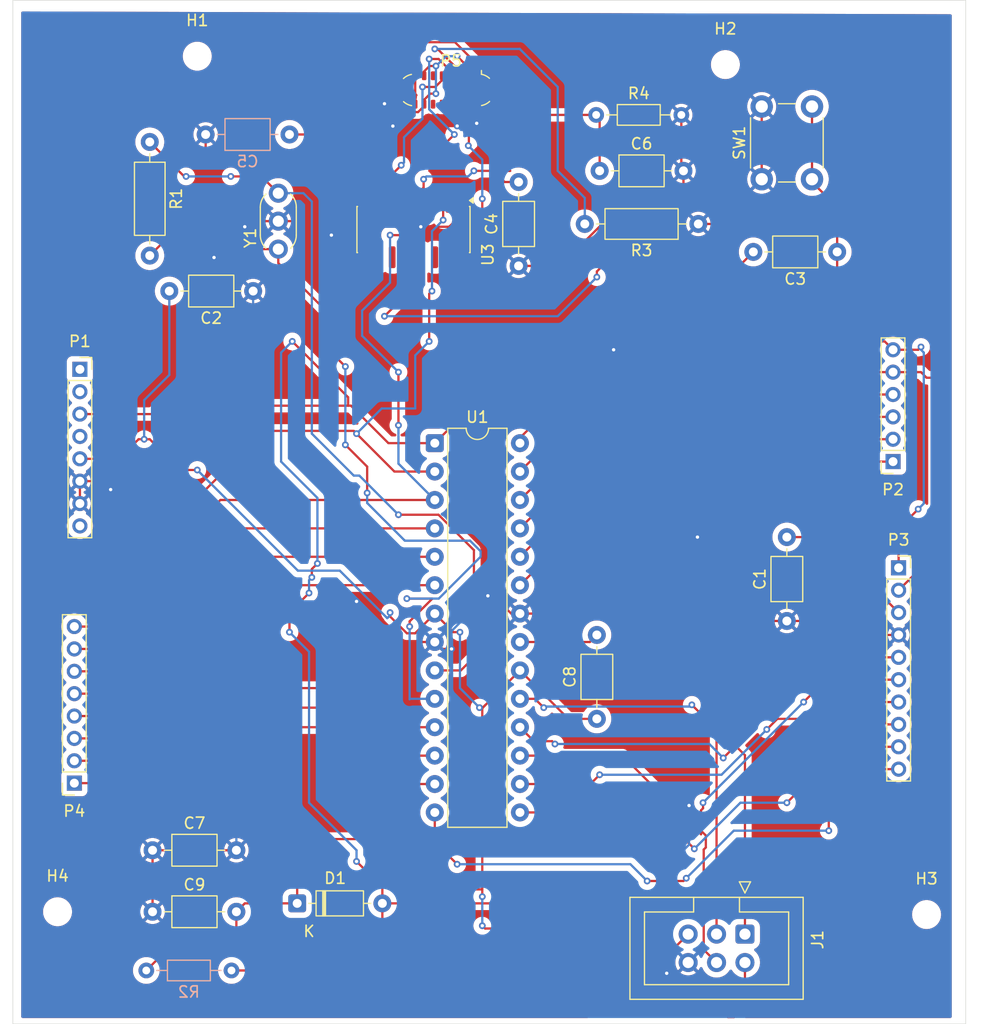
<source format=kicad_pcb>
(kicad_pcb (version 20241229) (generator "pcbnew") (generator_version "9.0")
  (layers (0 "F.Cu" signal) (2 "B.Cu" signal) (13 "F.Paste" user) (15 "B.Paste" user) (5 "F.SilkS" user "F.Silkscreen") (7 "B.SilkS" user "B.Silkscreen") (1 "F.Mask" user) (3 "B.Mask" user) (25 "Edge.Cuts" user))
  (net 0 "")
  (net 1 "/AREF")
  (net 2 "GND")
  (net 3 "+5V")
  (net 4 "/Reset")
  (net 5 "Net-(U3-~{DTR})")
  (net 6 "Net-(U3-V3)")
  (net 7 "Net-(U3-VCC)")
  (net 8 "Net-(P5-SHIELD)")
  (net 9 "Net-(U1-AREF)")
  (net 10 "/13(SCK)")
  (net 11 "/11(MOSI)")
  (net 12 "/12(MISO)")
  (net 14 "/Vin")
  (net 15 "+3V3")
  (net 16 "/IOREF")
  (net 17 "/A0")
  (net 18 "/A4(SDA)")
  (net 19 "/A2")
  (net 20 "/A5(SCL)")
  (net 21 "/A3")
  (net 22 "/A1")
  (net 23 "/8")
  (net 24 "/9")
  (net 25 "/10(SS)")
  (net 26 "/5")
  (net 27 "/3")
  (net 28 "/6")
  (net 29 "/4")
  (net 30 "/7")
  (net 31 "/2")
  (net 32 "/0(Rx)")
  (net 33 "/1(Tx)")
  (net 34 "Net-(P5-D+)")
  (net 35 "Net-(P5-D-)")
  (net 36 "Net-(P5-CC)")
  (net 38 "Net-(U1-XTAL2{slash}PB7)")
  (net 39 "Net-(U1-XTAL1{slash}PB6)")
  (footprint "MountingHole:MountingHole_2.1mm" (layer "F.Cu") (at 121 18.25)
    (property "Reference" "H1")
    (property "Value" "MountingHole")
  )
  (footprint "Package_SO:SOIC-16_3.9x9.9mm_P1.27mm" (layer "F.Cu") (at 140.345 33.75 -90)
    (property "Reference" "U3")
    (property "Value" "CH340C")
  )
  (footprint "Crystal:Resonator_Murata_CSTLSxxxX-3Pin_W5.5mm_H3.0mm" (layer "F.Cu") (at 128.25 35.5 90)
    (property "Reference" "Y1")
    (property "Value" "Resonator")
  )
  (footprint "Capacitor_THT:C_Axial_L3.8mm_D2.6mm_P7.50mm_Horizontal" (layer "F.Cu") (at 126 39.25 180)
    (property "Reference" "C2")
    (property "Value" "0.1u")
  )
  (footprint "Resistor_THT:R_Axial_DIN0207_L6.3mm_D2.5mm_P10.16mm_Horizontal" (layer "F.Cu") (at 165.83 33.25 180)
    (property "Reference" "R3")
    (property "Value" "5.1k")
  )
  (footprint "Capacitor_THT:C_Axial_L3.8mm_D2.6mm_P7.50mm_Horizontal" (layer "F.Cu") (at 157 28.5)
    (property "Reference" "C6")
    (property "Value" "100u")
  )
  (footprint "Connector_IDC:IDC-Header_2x03_P2.54mm_Vertical" (layer "F.Cu") (at 170 96.75 -90)
    (property "Reference" "J1")
    (property "Value" "AVR-ISP-6")
  )
  (footprint "Connector_USB:USB_C_Plug_ShenzhenJingTuoJin_918-118A2021Y40002_Vertical" (layer "F.Cu") (at 143.3 21.27 -90)
    (property "Reference" "P5")
    (property "Value" "USB_C_Plug_USB2.0")
  )
  (footprint "Capacitor_THT:C_Axial_L3.8mm_D2.6mm_P7.50mm_Horizontal" (layer "F.Cu") (at 117 94.75)
    (property "Reference" "C9")
    (property "Value" "100n")
  )
  (footprint "Capacitor_THT:C_Axial_L3.8mm_D2.6mm_P7.50mm_Horizontal" (layer "F.Cu") (at 173.75 68.75 90)
    (property "Reference" "C1")
    (property "Value" "100n")
  )
  (footprint "Connector_PinSocket_2.00mm:PinSocket_1x08_P2.00mm_Vertical" (layer "F.Cu") (at 110.5 46.25)
    (property "Reference" "P1")
    (property "Value" "Power")
  )
  (footprint "MountingHole:MountingHole_2.1mm" (layer "F.Cu") (at 168.25 19)
    (property "Reference" "H2")
    (property "Value" "MountingHole")
  )
  (footprint "Capacitor_THT:C_Axial_L3.8mm_D2.6mm_P7.50mm_Horizontal" (layer "F.Cu") (at 117 89.25)
    (property "Reference" "C7")
    (property "Value" "0.1u")
  )
  (footprint "Connector_PinSocket_2.00mm:PinSocket_1x06_P2.00mm_Vertical" (layer "F.Cu") (at 183.25 54.5 180)
    (property "Reference" "P2")
    (property "Value" "Analog")
  )
  (footprint "Button_Switch_THT:SW_PUSH_6mm_H4.3mm" (layer "F.Cu") (at 171.5 29.25 90)
    (property "Reference" "SW1")
    (property "Value" "SW_Push_Open")
  )
  (footprint "Connector_PinSocket_2.00mm:PinSocket_1x08_P2.00mm_Vertical" (layer "F.Cu") (at 110 83.25 180)
    (property "Reference" "P4")
    (property "Value" "Digital")
  )
  (footprint "MountingHole:MountingHole_2.1mm" (layer "F.Cu") (at 108.5 94.75)
    (property "Reference" "H4")
    (property "Value" "MountingHole")
  )
  (footprint "Connector_PinSocket_2.00mm:PinSocket_1x10_P2.00mm_Vertical" (layer "F.Cu") (at 183.75 64)
    (property "Reference" "P3")
    (property "Value" "Digital")
  )
  (footprint "Capacitor_THT:C_Axial_L3.8mm_D2.6mm_P7.50mm_Horizontal" (layer "F.Cu") (at 156.75 77.5 90)
    (property "Reference" "C8")
    (property "Value" "100n")
  )
  (footprint "Resistor_THT:R_Axial_DIN0207_L6.3mm_D2.5mm_P10.16mm_Horizontal" (layer "F.Cu") (at 116.75 25.92 -90)
    (property "Reference" "R1")
    (property "Value" "10M")
  )
  (footprint "Resistor_THT:R_Axial_DIN0204_L3.6mm_D1.6mm_P7.62mm_Horizontal" (layer "F.Cu") (at 156.69 23.5)
    (property "Reference" "R4")
    (property "Value" "1M")
  )
  (footprint "Diode_THT:D_DO-35_SOD27_P7.62mm_Horizontal" (layer "F.Cu") (at 129.94 94)
    (property "Reference" "D1")
    (property "Value" "D")
  )
  (footprint "Package_DIP:DIP-28_W7.62mm" (layer "F.Cu") (at 142.25 52.85)
    (property "Reference" "U1")
    (property "Value" "ATmega328-P")
  )
  (footprint "Capacitor_THT:C_Axial_L3.8mm_D2.6mm_P7.50mm_Horizontal" (layer "F.Cu") (at 149.75 37 90)
    (property "Reference" "C4")
    (property "Value" "0.1u")
  )
  (footprint "MountingHole:MountingHole_2.1mm" (layer "F.Cu") (at 186.25 95)
    (property "Reference" "H3")
    (property "Value" "MountingHole")
  )
  (footprint "Capacitor_THT:C_Axial_L3.8mm_D2.6mm_P7.50mm_Horizontal" (layer "F.Cu") (at 178.25 35.75 180)
    (property "Reference" "C3")
    (property "Value" "100n")
  )
  (footprint "Capacitor_THT:C_Axial_L3.8mm_D2.6mm_P7.50mm_Horizontal" (layer "B.Cu") (at 121.75 25.25)
    (property "Reference" "C5")
    (property "Value" "100u")
  )
  (footprint "Resistor_THT:R_Axial_DIN0204_L3.6mm_D1.6mm_P7.62mm_Horizontal" (layer "B.Cu") (at 116.44 100)
    (property "Reference" "R2")
    (property "Value" "1k")
  )
  (gr_rect (start 104.5 13.25) (end 189.75 104.776188) (stroke (width 0.05)) (fill no) (layer "Edge.Cuts"))
  (segment (start 180.5 61.25) (end 173.75 61.25) (width 0.2) (layer "F.Cu") (net 1))
  (segment (start 181 65.25) (end 180.5 65.25) (width 0.2) (layer "F.Cu") (net 1))
  (segment (start 183.75 68) (end 181 65.25) (width 0.2) (layer "F.Cu") (net 1))
  (segment (start 180.5 65.25) (end 180.5 61.25) (width 0.2) (layer "F.Cu") (net 1))
  (segment (start 167 63.5) (end 162.41 68.09) (width 0.2) (layer "F.Cu") (net 2))
  (segment (start 153.487817 36.987817) (end 158.725635 31.75) (width 0.2) (layer "F.Cu") (net 2))
  (segment (start 143.539999 33.5) (end 141.769999 33.5) (width 0.2) (layer "F.Cu") (net 2))
  (segment (start 132 34.25) (end 133 34.25) (width 0.2) (layer "F.Cu") (net 2))
  (segment (start 162.41 68.09) (end 149.87 68.09) (width 0.2) (layer "F.Cu") (net 2))
  (segment (start 176.25 68.75) (end 173.75 68.75) (width 0.2) (layer "F.Cu") (net 2))
  (segment (start 162 77.25) (end 162 68.5) (width 0.2) (layer "F.Cu") (net 2))
  (segment (start 183.75 70) (end 178.5 70) (width 0.2) (layer "F.Cu") (net 2))
  (segment (start 125.75 33) (end 128.25 33) (width 0.2) (layer "F.Cu") (net 2))
  (segment (start 143.52 35.250001) (end 143.52 36.225) (width 0.2) (layer "F.Cu") (net 2))
  (segment (start 164.5 28.5) (end 164.5 31.75) (width 0.2) (layer "F.Cu") (net 2))
  (segment (start 146.1 20) (end 146.1 22.54) (width 0.2) (layer "F.Cu") (net 2))
  (segment (start 158.25 41.75) (end 158.25 44.5) (width 0.2) (layer "F.Cu") (net 2))
  (segment (start 146.25 24.5) (end 146.25 26.25) (width 0.2) (layer "F.Cu") (net 2))
  (segment (start 121.75 30.75) (end 123 32) (width 0.2) (layer "F.Cu") (net 2))
  (segment (start 140.5 20) (end 140.5 22.54) (width 0.2) (layer "F.Cu") (net 2))
  (segment (start 153.475635 37) (end 153.487817 36.987817) (width 0.2) (layer "F.Cu") (net 2))
  (segment (start 141.769999 33.5) (end 143.52 35.250001) (width 0.2) (layer "F.Cu") (net 2))
  (segment (start 165.75 61.25) (end 167 62.5) (width 0.2) (layer "F.Cu") (net 2))
  (segment (start 144 38.25) (end 143.52 37.77) (width 0.2) (layer "F.Cu") (net 2))
  (segment (start 164.5 31.92) (end 165.83 33.25) (width 0.2) (layer "F.Cu") (net 2))
  (segment (start 146 22.64) (end 146.1 22.54) (width 0.2) (layer "F.Cu") (net 2))
  (segment (start 146 24.25) (end 146 22.64) (width 0.2) (layer "F.Cu") (net 2))
  (segment (start 127.25 32) (end 128.25 33) (width 0.2) (layer "F.Cu") (net 2))
  (segment (start 128.25 33) (end 130.75 33) (width 0.2) (layer "F.Cu") (net 2))
  (segment (start 172.25 68.75) (end 167 63.5) (width 0.2) (layer "F.Cu") (net 2))
  (segment (start 140.5 22.54) (end 137.79 22.54) (width 0.2) (layer "F.Cu") (net 2))
  (segment (start 176.75 68.25) (end 176.25 68.75) (width 0.2) (layer "F.Cu") (net 2))
  (segment (start 164.31 28.31) (end 164.5 28.5) (width 0.2) (layer "F.Cu") (net 2))
  (segment (start 110.5 56.25) (end 112.5 56.25) (width 0.2) (layer "F.Cu") (net 2))
  (segment (start 167.5 33.25) (end 165.83 33.25) (width 0.2) (layer "F.Cu") (net 2))
  (segment (start 146.25 26.25) (end 144.79 27.71) (width 0.2) (layer "F.Cu") (net 2))
  (segment (start 164.5 31.75) (end 164.5 31.92) (width 0.2) (layer "F.Cu") (net 2))
  (segment (start 123 36.25) (end 122.5 36.25) (width 0.2) (layer "F.Cu") (net 2))
  (segment (start 163.96 100.25) (end 163 100.25) (width 0.2) (layer "F.Cu") (net 2))
  (segment (start 164.92 99.29) (end 163.96 100.25) (width 0.2) (layer "F.Cu") (net 2))
  (segment (start 149.75 37) (end 148.5 38.25) (width 0.2) (layer "F.Cu") (net 2))
  (segment (start 158.725635 31.75) (end 164.5 31.75) (width 0.2) (layer "F.Cu") (net 2))
  (segment (start 165 80.25) (end 162 77.25) (width 0.2) (layer "F.Cu") (net 2))
  (segment (start 141 33.5) (end 141.769999 33.5) (width 0.2) (layer "F.Cu") (net 2))
  (segment (start 162 68.5) (end 162.41 68.09) (width 0.2) (layer "F.Cu") (net 2))
  (segment (start 125.25 33.5) (end 125.75 33) (width 0.2) (layer "F.Cu") (net 2))
  (segment (start 112.5 56.25) (end 113.25 57) (width 0.2) (layer "F.Cu") (net 2))
  (segment (start 123 32) (end 127.25 32) (width 0.2) (layer "F.Cu") (net 2))
  (segment (start 143.75 71.25) (end 142.87 71.25) (width 0.2) (layer "F.Cu") (net 2))
  (segment (start 167 62.5) (end 167 63.5) (width 0.2) (layer "F.Cu") (net 2))
  (segment (start 171.5 29.25) (end 167.5 33.25) (width 0.2) (layer "F.Cu") (net 2))
  (segment (start 148.5 38.25) (end 144 38.25) (width 0.2) (layer "F.Cu") (net 2))
  (segment (start 149.87 68.09) (end 149.09 68.09) (width 0.2) (layer "F.Cu") (net 2))
  (segment (start 147.5 66.5) (end 147 66.5) (width 0.2) (layer "F.Cu") (net 2))
  (segment (start 137.79 22.54) (end 137.75 22.5) (width 0.2) (layer "F.Cu") (net 2))
  (segment (start 146 24.25) (end 146.25 24.5) (width 0.2) (layer "F.Cu") (net 2))
  (segment (start 144.79 31.275) (end 144.79 32.249999) (width 0.2) (layer "F.Cu") (net 2))
  (segment (start 164.31 23.5) (end 164.31 28.31) (width 0.2) (layer "F.Cu") (net 2))
  (segment (start 144.79 32.249999) (end 143.539999 33.5) (width 0.2) (layer "F.Cu") (net 2))
  (segment (start 138.88 70.63) (end 135.25 67) (width 0.2) (layer "F.Cu") (net 2))
  (segment (start 142.87 71.25) (end 142.25 70.63) (width 0.2) (layer "F.Cu") (net 2))
  (segment (start 153.487817 36.987817) (end 158.25 41.75) (width 0.2) (layer "F.Cu") (net 2))
  (segment (start 149.09 68.09) (end 147.5 66.5) (width 0.2) (layer "F.Cu") (net 2))
  (segment (start 138.5 24.5) (end 144.244034 24.5) (width 0.2) (layer "F.Cu") (net 2))
  (segment (start 130.75 33) (end 132 34.25) (width 0.2) (layer "F.Cu") (net 2))
  (segment (start 110.5 56.25) (end 110.5 58.25) (width 0.2) (layer "F.Cu") (net 2))
  (segment (start 143.52 37.77) (end 143.52 36.225) (width 0.2) (layer "F.Cu") (net 2))
  (segment (start 126 39.25) (end 123 36.25) (width 0.2) (layer "F.Cu") (net 2))
  (segment (start 173.75 68.75) (end 172.25 68.75) (width 0.2) (layer "F.Cu") (net 2))
  (segment (start 144.79 27.71) (end 144.79 31.275) (width 0.2) (layer "F.Cu") (net 2))
  (segment (start 124.5 89.25) (end 117 89.25) (width 0.2) (layer "F.Cu") (net 2))
  (segment (start 165 85.25) (end 165 80.25) (width 0.2) (layer "F.Cu") (net 2))
  (segment (start 178.5 70) (end 176.75 68.25) (width 0.2) (layer "F.Cu") (net 2))
  (segment (start 117 94.75) (end 117 89.25) (width 0.2) (layer "F.Cu") (net 2))
  (segment (start 121.75 25.25) (end 121.75 30.75) (width 0.2) (layer "F.Cu") (net 2))
  (segment (start 149.75 37) (end 153.475635 37) (width 0.2) (layer "F.Cu") (net 2))
  (segment (start 171.5 22.75) (end 171.5 29.25) (width 0.2) (layer "F.Cu") (net 2))
  (segment (start 142.25 70.63) (end 138.88 70.63) (width 0.2) (layer "F.Cu") (net 2))
  (segment (start 144.244034 24.5) (end 144.252983 24.491051) (width 0.2) (layer "F.Cu") (net 2))
  (via (at 133 34.25) (size 0.6) (drill 0.3) (layers "F.Cu" "B.Cu") (net 2))
  (via (at 144.252983 24.491051) (size 0.6) (drill 0.3) (layers "F.Cu" "B.Cu") (net 2))
  (via (at 158.25 44.5) (size 0.6) (drill 0.3) (layers "F.Cu" "B.Cu") (net 2))
  (via (at 146 24.25) (size 0.6) (drill 0.3) (layers "F.Cu" "B.Cu") (net 2))
  (via (at 137.75 22.5) (size 0.6) (drill 0.3) (layers "F.Cu" "B.Cu") (net 2))
  (via (at 135.25 67) (size 0.6) (drill 0.3) (layers "F.Cu" "B.Cu") (net 2))
  (via (at 138.5 24.5) (size 0.6) (drill 0.3) (layers "F.Cu" "B.Cu") (net 2))
  (via (at 125.25 33.5) (size 0.6) (drill 0.3) (layers "F.Cu" "B.Cu") (net 2))
  (via (at 143.75 71.25) (size 0.6) (drill 0.3) (layers "F.Cu" "B.Cu") (net 2))
  (via (at 163 100.25) (size 0.6) (drill 0.3) (layers "F.Cu" "B.Cu") (net 2))
  (via (at 165 85.25) (size 0.6) (drill 0.3) (layers "F.Cu" "B.Cu") (net 2))
  (via (at 141 33.5) (size 0.6) (drill 0.3) (layers "F.Cu" "B.Cu") (net 2))
  (via (at 122.5 36.25) (size 0.6) (drill 0.3) (layers "F.Cu" "B.Cu") (net 2))
  (via (at 147 66.5) (size 0.6) (drill 0.3) (layers "F.Cu" "B.Cu") (net 2))
  (via (at 113.25 57) (size 0.6) (drill 0.3) (layers "F.Cu" "B.Cu") (net 2))
  (via (at 165.75 61.25) (size 0.6) (drill 0.3) (layers "F.Cu" "B.Cu") (net 2))
  (segment (start 125 33.25) (end 125.25 33.5) (width 0.2) (layer "B.Cu") (net 2))
  (segment (start 135.25 67) (end 126.75 67) (width 0.2) (layer "B.Cu") (net 2))
  (segment (start 165 85.25) (end 165 88.75) (width 0.2) (layer "B.Cu") (net 2))
  (segment (start 144.252983 24.491051) (end 144.6 24.838068) (width 0.2) (layer "B.Cu") (net 2))
  (segment (start 122.5 34.75) (end 124 33.25) (width 0.2) (layer "B.Cu") (net 2))
  (segment (start 126 44.25) (end 126 39.25) (width 0.2) (layer "B.Cu") (net 2))
  (segment (start 122.5 36.25) (end 122.5 34.75) (width 0.2) (layer "B.Cu") (net 2))
  (segment (start 133.75 33.5) (end 141 33.5) (width 0.2) (layer "B.Cu") (net 2))
  (segment (start 137.75 22.5) (end 137.75 23.75) (width 0.2) (layer "B.Cu") (net 2))
  (segment (start 165 88.75) (end 163 90.75) (width 0.2) (layer "B.Cu") (net 2))
  (segment (start 133 34.25) (end 133.75 33.5) (width 0.2) (layer "B.Cu") (net 2))
  (segment (start 163.25 49.5) (end 163.25 61.25) (width 0.2) (layer "B.Cu") (net 2))
  (segment (start 146.901471 66.5) (end 143.75 69.651471) (width 0.2) (layer "B.Cu") (net 2))
  (segment (start 144.6 24.838068) (end 145.411932 24.838068) (width 0.2) (layer "B.Cu") (net 2))
  (segment (start 126.25 67.5) (end 126.25 83.25) (width 0.2) (layer "B.Cu") (net 2))
  (segment (start 163.25 61.25) (end 165.75 61.25) (width 0.2) (layer "B.Cu") (net 2))
  (segment (start 126.75 67) (end 126.25 67.5) (width 0.2) (layer "B.Cu") (net 2))
  (segment (start 163 90.75) (end 163 100.25) (width 0.2) (layer "B.Cu") (net 2))
  (segment (start 124.5 86) (end 124.5 89.25) (width 0.2) (layer "B.Cu") (net 2))
  (segment (start 145.411932 24.838068) (end 146 24.25) (width 0.2) (layer "B.Cu") (net 2))
  (segment (start 137.75 23.75) (end 138.5 24.5) (width 0.2) (layer "B.Cu") (net 2))
  (segment (start 126.25 83.25) (end 124 85.5) (width 0.2) (layer "B.Cu") (net 2))
  (segment (start 113.25 57) (end 126 44.25) (width 0.2) (layer "B.Cu") (net 2))
  (segment (start 147 66.5) (end 146.901471 66.5) (width 0.2) (layer "B.Cu") (net 2))
  (segment (start 143.75 69.651471) (end 143.75 71.25) (width 0.2) (layer "B.Cu") (net 2))
  (segment (start 158.25 44.5) (end 163.25 49.5) (width 0.2) (layer "B.Cu") (net 2))
  (segment (start 124 85.5) (end 124.5 86) (width 0.2) (layer "B.Cu") (net 2))
  (segment (start 124 33.25) (end 125 33.25) (width 0.2) (layer "B.Cu") (net 2))
  (segment (start 139.751471 69.85) (end 140.49 69.85) (width 0.2) (layer "F.Cu") (net 3))
  (segment (start 143.5 92.75) (end 146.5 92.75) (width 0.2) (layer "F.Cu") (net 3))
  (segment (start 139 88.25) (end 143.5 92.75) (width 0.2) (layer "F.Cu") (net 3))
  (segment (start 129.94 94) (end 125.25 94) (width 0.2) (layer "F.Cu") (net 3))
  (segment (start 146.5 92.75) (end 146.5 76.54) (width 0.2) (layer "F.Cu") (net 3))
  (segment (start 146.5 93.4) (end 146.5 92.75) (width 0.2) (layer "F.Cu") (net 3))
  (segment (start 156 103.25) (end 155 103.25) (width 0.2) (layer "F.Cu") (net 3))
  (segment (start 116.75 52.5) (end 119.5 55.25) (width 0.2) (layer "F.Cu") (net 3))
  (segment (start 138.25 68.348529) (end 139.751471 69.85) (width 0.2) (layer "F.Cu") (net 3))
  (segment (start 169 104.176188) (end 168.5 104.176188) (width 0.2) (layer "F.Cu") (net 3))
  (segment (start 146.5 76.54) (end 146.77 76.27) (width 0.2) (layer "F.Cu") (net 3))
  (segment (start 119.5 55.25) (end 121 55.25) (width 0.2) (layer "F.Cu") (net 3))
  (segment (start 140.49 69.85) (end 142.25 68.09) (width 0.2) (layer "F.Cu") (net 3))
  (segment (start 115.75 52.5) (end 116.25 52.5) (width 0.2) (layer "F.Cu") (net 3))
  (segment (start 154.2 77.5) (end 149.87 73.17) (width 0.2) (layer "F.Cu") (net 3))
  (segment (start 152.75 100.75) (end 151.5 99.5) (width 0.2) (layer "F.Cu") (net 3))
  (segment (start 152.75 101) (end 152.75 100.75) (width 0.2) (layer "F.Cu") (net 3))
  (segment (start 138.25 68) (end 138.25 68.348529) (width 0.2) (layer "F.Cu") (net 3))
  (segment (start 146.54 76.5) (end 146.25 76.5) (width 0.2) (layer "F.Cu") (net 3))
  (segment (start 155 103.25) (end 152.75 101) (width 0.2) (layer "F.Cu") (net 3))
  (segment (start 116.25 52.5) (end 116.75 52.5) (width 0.2) (layer "F.Cu") (net 3))
  (segment (start 129.94 90.31) (end 132 88.25) (width 0.2) (layer "F.Cu") (net 3))
  (segment (start 132 88.25) (end 139 88.25) (width 0.2) (layer "F.Cu") (net 3))
  (segment (start 113.5 54.25) (end 113.75 54.5) (width 0.2) (layer "F.Cu") (net 3))
  (segment (start 118.44 98) (end 124.5 98) (width 0.2) (layer "F.Cu") (net 3))
  (segment (start 146.77 76.27) (end 146.54 76.5) (width 0.2) (layer "F.Cu") (net 3))
  (segment (start 170 99.29) (end 170 103.176188) (width 0.2) (layer "F.Cu") (net 3))
  (segment (start 116.44 100) (end 118.44 98) (width 0.2) (layer "F.Cu") (net 3))
  (segment (start 156.75 77.5) (end 154.2 77.5) (width 0.2) (layer "F.Cu") (net 3))
  (segment (start 167.823812 103.5) (end 156.25 103.5) (width 0.2) (layer "F.Cu") (net 3))
  (segment (start 168.5 104.176188) (end 167.823812 103.5) (width 0.2) (layer "F.Cu") (net 3))
  (segment (start 143.91 69.75) (end 142.25 68.09) (width 0.2) (layer "F.Cu") (net 3))
  (segment (start 151.5 96.25) (end 146.75 96.25) (width 0.2) (layer "F.Cu") (net 3))
  (segment (start 156.25 103.5) (end 156 103.25) (width 0.2) (layer "F.Cu") (net 3))
  (segment (start 144.5 69.75) (end 143.91 69.75) (width 0.2) (layer "F.Cu") (net 3))
  (segment (start 149.87 73.17) (end 146.77 76.27) (width 0.2) (layer "F.Cu") (net 3))
  (segment (start 146.75 96.25) (end 146.5 96) (width 0.2) (layer "F.Cu") (net 3))
  (segment (start 125.25 94) (end 124.5 94.75) (width 0.2) (layer "F.Cu") (net 3))
  (segment (start 151.5 99.5) (end 151.5 96.25) (width 0.2) (layer "F.Cu") (net 3))
  (segment (start 124.5 98) (end 124.5 94.75) (width 0.2) (layer "F.Cu") (net 3))
  (segment (start 170 103.176188) (end 169 104.176188) (width 0.2) (layer "F.Cu") (net 3))
  (segment (start 113.75 54.5) (end 115.75 52.5) (width 0.2) (layer "F.Cu") (net 3))
  (segment (start 110.5 54.25) (end 113.5 54.25) (width 0.2) (layer "F.Cu") (net 3))
  (segment (start 129.94 94) (end 129.94 90.31) (width 0.2) (layer "F.Cu") (net 3))
  (via (at 121 55.25) (size 0.6) (drill 0.3) (layers "F.Cu" "B.Cu") (net 3))
  (via (at 138.25 68) (size 0.6) (drill 0.3) (layers "F.Cu" "B.Cu") (net 3))
  (via (at 144.5 69.75) (size 0.6) (drill 0.3) (layers "F.Cu" "B.Cu") (net 3))
  (via (at 146.5 93.4) (size 0.6) (drill 0.3) (layers "F.Cu" "B.Cu") (net 3))
  (via (at 116.25 52.5) (size 0.6) (drill 0.3) (layers "F.Cu" "B.Cu") (net 3))
  (via (at 146.5 96) (size 0.6) (drill 0.3) (layers "F.Cu" "B.Cu") (net 3))
  (via (at 146.25 76.5) (size 0.6) (drill 0.3) (layers "F.Cu" "B.Cu") (net 3))
  (segment (start 138.41 68.09) (end 138.34 68.09) (width 0.2) (layer "B.Cu") (net 3))
  (segment (start 146.5 96) (end 146.5 93.4) (width 0.2) (layer "B.Cu") (net 3))
  (segment (start 133.75 64.25) (end 138 68.5) (width 0.2) (layer "B.Cu") (net 3))
  (segment (start 130 64.25) (end 133.75 64.25) (width 0.2) (layer "B.Cu") (net 3))
  (segment (start 138.34 68.09) (end 138.25 68) (width 0.2) (layer "B.Cu") (net 3))
  (segment (start 144.5 74.75) (end 144.5 69.75) (width 0.2) (layer "B.Cu") (net 3))
  (segment (start 146.25 76.5) (end 144.5 74.75) (width 0.2) (layer "B.Cu") (net 3))
  (segment (start 116.25 49) (end 118.5 46.75) (width 0.2) (layer "B.Cu") (net 3))
  (segment (start 138 68.5) (end 138.41 68.09) (width 0.2) (layer "B.Cu") (net 3))
  (segment (start 116.25 52.5) (end 116.25 49) (width 0.2) (layer "B.Cu") (net 3))
  (segment (start 118.5 46.75) (end 118.5 39.25) (width 0.2) (layer "B.Cu") (net 3))
  (segment (start 121 55.25) (end 130 64.25) (width 0.2) (layer "B.Cu") (net 3))
  (segment (start 133 100) (end 135.25 102.25) (width 0.2) (layer "F.Cu") (net 4))
  (segment (start 178.25 40.5) (end 177.75 41) (width 0.2) (layer "F.Cu") (net 4))
  (segment (start 178.25 31.75) (end 178.25 35.75) (width 0.2) (layer "F.Cu") (net 4))
  (segment (start 117 50.25) (end 110.5 50.25) (width 0.2) (layer "F.Cu") (net 4))
  (segment (start 138.1 52.85) (end 134.75 49.5) (width 0.2) (layer "F.Cu") (net 4))
  (segment (start 161.67 100) (end 164.92 96.75) (width 0.2) (layer "F.Cu") (net 4))
  (segment (start 135.25 102.25) (end 135.5 102) (width 0.2) (layer "F.Cu") (net 4))
  (segment (start 117.75 49.5) (end 117 50.25) (width 0.2) (layer "F.Cu") (net 4))
  (segment (start 153.5 94.5) (end 153.5 98.25) (width 0.2) (layer "F.Cu") (net 4))
  (segment (start 129.25 69.75) (end 129.25 68) (width 0.2) (layer "F.Cu") (net 4))
  (segment (start 142.25 52.85) (end 138.1 52.85) (width 0.2) (layer "F.Cu") (net 4))
  (segment (start 148.1 47) (end 142.25 52.85) (width 0.2) (layer "F.Cu") (net 4))
  (segment (start 129.25 68) (end 131 66.25) (width 0.2) (layer "F.Cu") (net 4))
  (segment (start 131.25 64.11) (end 131.75 63.61) (width 0.2) (layer "F.Cu") (net 4))
  (segment (start 162 47) (end 148.1 47) (width 0.2) (layer "F.Cu") (net 4))
  (segment (start 177.75 41) (end 168 41) (width 0.2) (layer "F.Cu") (net 4))
  (segment (start 137.56 101.81) (end 137.56 94) (width 0.2) (layer "F.Cu") (net 4))
  (segment (start 168 41) (end 162 47) (width 0.2) (layer "F.Cu") (net 4))
  (segment (start 176 29.25) (end 176 29.5) (width 0.2) (layer "F.Cu") (net 4))
  (segment (start 131.25 64.85) (end 131.25 64.11) (width 0.2) (layer "F.Cu") (net 4))
  (segment (start 129.5 43.75) (end 134.5 48.75) (width 0.2) (layer "F.Cu") (net 4))
  (segment (start 135.5 102) (end 137.75 102) (width 0.2) (layer "F.Cu") (net 4))
  (segment (start 155.25 100) (end 161.67 100) (width 0.2) (layer "F.Cu") (net 4))
  (segment (start 134.5 49.5) (end 117.75 49.5) (width 0.2) (layer "F.Cu") (net 4))
  (segment (start 178.25 35.75) (end 178.25 40.5) (width 0.2) (layer "F.Cu") (net 4))
  (segment (start 137.75 102) (end 137.56 101.81) (width 0.2) (layer "F.Cu") (net 4))
  (segment (start 176 29.5) (end 178.25 31.75) (width 0.2) (layer "F.Cu") (net 4))
  (segment (start 124.06 100) (end 133 100) (width 0.2) (layer "F.Cu") (net 4))
  (segment (start 137.56 94) (end 137.56 92.56) (width 0.2) (layer "F.Cu") (net 4))
  (segment (start 153.5 98.25) (end 155.25 100) (width 0.2) (layer "F.Cu") (net 4))
  (segment (start 134.75 49.5) (end 134.5 49.5) (width 0.2) (layer "F.Cu") (net 4))
  (segment (start 137.56 94) (end 153 94) (width 0.2) (layer "F.Cu") (net 4))
  (segment (start 153 94) (end 153.5 94.5) (width 0.2) (layer "F.Cu") (net 4))
  (segment (start 134.5 48.75) (end 134.5 49.5) (width 0.2) (layer "F.Cu") (net 4))
  (segment (start 176 22.75) (end 176 29.25) (width 0.2) (layer "F.Cu") (net 4))
  (segment (start 137.56 92.56) (end 135.25 90.25) (width 0.2) (layer "F.Cu") (net 4))
  (via (at 129.25 69.75) (size 0.6) (drill 0.3) (layers "F.Cu" "B.Cu") (net 4))
  (via (at 129.5 43.75) (size 0.6) (drill 0.3) (layers "F.Cu" "B.Cu") (net 4))
  (via (at 131.75 63.61) (size 0.6) (drill 0.3) (layers "F.Cu" "B.Cu") (net 4))
  (via (at 131 66.25) (size 0.6) (drill 0.3) (layers "F.Cu" "B.Cu") (net 4))
  (via (at 131.25 64.85) (size 0.6) (drill 0.3) (layers "F.Cu" "B.Cu") (net 4))
  (via (at 135.25 90.25) (size 0.6) (drill 0.3) (layers "F.Cu" "B.Cu") (net 4))
  (segment (start 128.5 54.5) (end 128.5 44.75) (width 0.2) (layer "B.Cu") (net 4))
  (segment (start 131.75 57.75) (end 128.5 54.5) (width 0.2) (layer "B.Cu") (net 4))
  (segment (start 131 66.25) (end 131 65.1) (width 0.2) (layer "B.Cu") (net 4))
  (segment (start 128.5 44.75) (end 129.5 43.75) (width 0.2) (layer "B.Cu") (net 4))
  (segment (start 131.75 63.61) (end 131.75 57.75) (width 0.2) (layer "B.Cu") (net 4))
  (segment (start 131 65.1) (end 131.25 64.85) (width 0.2) (layer "B.Cu") (net 4))
  (segment (start 131 71.5) (end 129.25 69.75) (width 0.2) (layer "B.Cu") (net 4))
  (segment (start 135.25 90.25) (end 135.25 89.25) (width 0.2) (layer "B.Cu") (net 4))
  (segment (start 135.25 89.25) (end 131 85) (width 0.2) (layer "B.Cu") (net 4))
  (segment (start 131 85) (end 131 71.5) (width 0.2) (layer "B.Cu") (net 4))
  (segment (start 161.25 36.75) (end 157.5 36.75) (width 0.2) (layer "F.Cu") (net 5))
  (segment (start 137.75 41.5) (end 140.98 38.27) (width 0.2) (layer "F.Cu") (net 5))
  (segment (start 166 40.5) (end 165 40.5) (width 0.2) (layer "F.Cu") (net 5))
  (segment (start 140.98 38.27) (end 140.98 36.225) (width 0.2) (layer "F.Cu") (net 5))
  (segment (start 156.75 37.5) (end 156.75 38) (width 0.2) (layer "F.Cu") (net 5))
  (segment (start 157.5 36.75) (end 156.75 37.5) (width 0.2) (layer "F.Cu") (net 5))
  (segment (start 170.75 35.75) (end 166 40.5) (width 0.2) (layer "F.Cu") (net 5))
  (segment (start 165 40.5) (end 161.25 36.75) (width 0.2) (layer "F.Cu") (net 5))
  (via (at 156.75 38) (size 0.6) (drill 0.3) (layers "F.Cu" "B.Cu") (net 5))
  (via (at 137.75 41.5) (size 0.6) (drill 0.3) (layers "F.Cu" "B.Cu") (net 5))
  (segment (start 153.25 41.5) (end 137.75 41.5) (width 0.2) (layer "B.Cu") (net 5))
  (segment (start 156.75 38) (end 153.25 41.5) (width 0.2) (layer "B.Cu") (net 5))
  (segment (start 140.98 30.27) (end 140.98 31.275) (width 0.2) (layer "F.Cu") (net 6))
  (segment (start 141.25 29.25) (end 141.25 30) (width 0.2) (layer "F.Cu") (net 6))
  (segment (start 147.5 28.5) (end 149 28.5) (width 0.2) (layer "F.Cu") (net 6))
  (segment (start 149.75 29.5) (end 148.5 29.5) (width 0.2) (layer "F.Cu") (net 6))
  (segment (start 148.5 29.5) (end 147.5 28.5) (width 0.2) (layer "F.Cu") (net 6))
  (segment (start 141.25 30) (end 140.98 30.27) (width 0.2) (layer "F.Cu") (net 6))
  (segment (start 149 28.5) (end 145.75 28.5) (width 0.2) (layer "F.Cu") (net 6))
  (via (at 141.25 29.25) (size 0.6) (drill 0.3) (layers "F.Cu" "B.Cu") (net 6))
  (via (at 145.75 28.5) (size 0.6) (drill 0.3) (layers "F.Cu" "B.Cu") (net 6))
  (segment (start 141.5 29) (end 145.25 29) (width 0.2) (layer "B.Cu") (net 6))
  (segment (start 145.75 28.5) (end 145.25 29) (width 0.2) (layer "B.Cu") (net 6))
  (segment (start 141.5 29) (end 141.25 29.25) (width 0.2) (layer "B.Cu") (net 6))
  (segment (start 145.3 20) (end 145.3 22.54) (width 0.2) (layer "F.Cu") (net 7))
  (segment (start 129.25 25.25) (end 132.25 25.25) (width 0.2) (layer "F.Cu") (net 7))
  (segment (start 141.845001 21.6) (end 142.35 21.6) (width 0.2) (layer "F.Cu") (net 7))
  (segment (start 141.3 22.703456) (end 141.3 22.54) (width 0.2) (layer "F.Cu") (net 7))
  (segment (start 141.3 22.145001) (end 141.845001 21.6) (width 0.2) (layer "F.Cu") (net 7))
  (segment (start 145.3 22.54) (end 145.3 26.2) (width 0.2) (layer "F.Cu") (net 7))
  (segment (start 144.25 18.25) (end 145.3 19.3) (width 0.2) (layer "F.Cu") (net 7))
  (segment (start 132.25 25.25) (end 134.25 23.25) (width 0.2) (layer "F.Cu") (net 7))
  (segment (start 134.25 23.25) (end 140.753456 23.25) (width 0.2) (layer "F.Cu") (net 7))
  (segment (start 140.753456 23.25) (end 141.3 22.703456) (width 0.2) (layer "F.Cu") (net 7))
  (segment (start 141.3 19.605001) (end 141.3 20) (width 0.2) (layer "F.Cu") (net 7))
  (segment (start 141.779947 19.125054) (end 141.3 19.605001) (width 0.2) (layer "F.Cu") (net 7))
  (segment (start 141.3 22.54) (end 141.3 22.145001) (width 0.2) (layer "F.Cu") (net 7))
  (segment (start 145.3 26.2) (end 145.25 26.25) (width 0.2) (layer "F.Cu") (net 7))
  (segment (start 146.5 31) (end 146.5 34.515) (width 0.2) (layer "F.Cu") (net 7))
  (segment (start 145.3 19.3) (end 145.3 20) (width 0.2) (layer "F.Cu") (net 7))
  (segment (start 142.35755 19.125054) (end 141.779947 19.125054) (width 0.2) (layer "F.Cu") (net 7))
  (segment (start 146.5 34.515) (end 144.79 36.225) (width 0.2) (layer "F.Cu") (net 7))
  (via (at 145.25 26.25) (size 0.6) (drill 0.3) (layers "F.Cu" "B.Cu") (net 7))
  (via (at 142.35 21.6) (size 0.6) (drill 0.3) (layers "F.Cu" "B.Cu") (net 7))
  (via (at 144.25 18.25) (size 0.6) (drill 0.3) (layers "F.Cu" "B.Cu") (net 7))
  (via (at 146.5 31) (size 0.6) (drill 0.3) (layers "F.Cu" "B.Cu") (net 7))
  (via (at 142.35755 19.125054) (size 0.6) (drill 0.3) (layers "F.Cu" "B.Cu") (net 7))
  (segment (start 142.35 21.6) (end 142.35 19.132604) (width 0.2) (layer "B.Cu") (net 7))
  (segment (start 142.374946 19.125054) (end 143.25 18.25) (width 0.2) (layer "B.Cu") (net 7))
  (segment (start 142.35 19.132604) (end 142.35755 19.125054) (width 0.2) (layer "B.Cu") (net 7))
  (segment (start 143.25 18.25) (end 144.25 18.25) (width 0.2) (layer "B.Cu") (net 7))
  (segment (start 146.5 27.5) (end 146.5 31) (width 0.2) (layer "B.Cu") (net 7))
  (segment (start 145.25 26.25) (end 146.5 27.5) (width 0.2) (layer "B.Cu") (net 7))
  (segment (start 142.35755 19.125054) (end 142.374946 19.125054) (width 0.2) (layer "B.Cu") (net 7))
  (segment (start 156.69 23.5) (end 149.48 23.5) (width 0.2) (layer "F.Cu") (net 8))
  (segment (start 149.48 23.5) (end 147.25 21.27) (width 0.2) (layer "F.Cu") (net 8))
  (segment (start 147.25 21.27) (end 147.25 20.186544) (width 0.2) (layer "F.Cu") (net 8))
  (segment (start 138.75 17) (end 136.75 19) (width 0.2) (layer "F.Cu") (net 8))
  (segment (start 138.87 21.75) (end 139.35 21.27) (width 0.2) (layer "F.Cu") (net 8))
  (segment (start 136.75 21.75) (end 138.87 21.75) (width 0.2) (layer "F.Cu") (net 8))
  (segment (start 136.75 19) (end 136.75 21.75) (width 0.2) (layer "F.Cu") (net 8))
  (segment (start 157 28.5) (end 157 23.81) (width 0.2) (layer "F.Cu") (net 8))
  (segment (start 157 23.81) (end 156.69 23.5) (width 0.2) (layer "F.Cu") (net 8))
  (segment (start 144.063456 17) (end 138.75 17) (width 0.2) (layer "F.Cu") (net 8))
  (segment (start 147.25 20.186544) (end 144.063456 17) (width 0.2) (layer "F.Cu") (net 8))
  (segment (start 156.75 70) (end 156.12 70.63) (width 0.2) (layer "F.Cu") (net 9))
  (segment (start 156.12 70.63) (end 149.87 70.63) (width 0.2) (layer "F.Cu") (net 9))
  (segment (start 165.25 76.25) (end 167.46 78.46) (width 0.2) (layer "F.Cu") (net 10))
  (segment (start 151.21 75.71) (end 152 76.5) (width 0.2) (layer "F.Cu") (net 10))
  (segment (start 183.75 72) (end 175 72) (width 0.2) (layer "F.Cu") (net 10))
  (segment (start 149.87 75.71) (end 151.21 75.71) (width 0.2) (layer "F.Cu") (net 10))
  (segment (start 167.46 79.54) (end 167.46 96.75) (width 0.2) (layer "F.Cu") (net 10))
  (segment (start 167.46 78.46) (end 167.46 79.54) (width 0.2) (layer "F.Cu") (net 10))
  (segment (start 175 72) (end 167.46 79.54) (width 0.2) (layer "F.Cu") (net 10))
  (via (at 165.25 76.25) (size 0.6) (drill 0.3) (layers "F.Cu" "B.Cu") (net 10))
  (via (at 152 76.5) (size 0.6) (drill 0.3) (layers "F.Cu" "B.Cu") (net 10))
  (segment (start 165.1 76.4) (end 165.25 76.25) (width 0.2) (layer "B.Cu") (net 10))
  (segment (start 152 76.5) (end 152.1 76.4) (width 0.2) (layer "B.Cu") (net 10))
  (segment (start 152.1 76.4) (end 165.1 76.4) (width 0.2) (layer "B.Cu") (net 10))
  (segment (start 166.07 85.68) (end 166.07 87.5) (width 0.2) (layer "F.Cu") (net 11))
  (segment (start 159.04 80.79) (end 166.07 87.82) (width 0.2) (layer "F.Cu") (net 11))
  (segment (start 166.25 85.5) (end 166.07 85.68) (width 0.2) (layer "F.Cu") (net 11))
  (segment (start 166.07 87.5) (end 166.07 87.82) (width 0.2) (layer "F.Cu") (net 11))
  (segment (start 166.5 87.93) (end 166.07 87.5) (width 0.2) (layer "F.Cu") (net 11))
  (segment (start 166.31 89.19) (end 166.5 89) (width 0.2) (layer "F.Cu") (net 11))
  (segment (start 166.31 98.14) (end 166.31 89.19) (width 0.2) (layer "F.Cu") (net 11))
  (segment (start 166.25 85) (end 166.25 85.5) (width 0.2) (layer "F.Cu") (net 11))
  (segment (start 149.87 80.79) (end 159.04 80.79) (width 0.2) (layer "F.Cu") (net 11))
  (segment (start 176.75 76) (end 176 75.25) (width 0.2) (layer "F.Cu") (net 11))
  (segment (start 183.75 76) (end 176.75 76) (width 0.2) (layer "F.Cu") (net 11))
  (segment (start 176 75.25) (end 175.25 76) (width 0.2) (layer "F.Cu") (net 11))
  (segment (start 167.46 99.29) (end 166.31 98.14) (width 0.2) (layer "F.Cu") (net 11))
  (segment (start 166.5 89) (end 166.5 87.93) (width 0.2) (layer "F.Cu") (net 11))
  (via (at 175.25 76) (size 0.6) (drill 0.3) (layers "F.Cu" "B.Cu") (net 11))
  (via (at 166.25 85) (size 0.6) (drill 0.3) (layers "F.Cu" "B.Cu") (net 11))
  (segment (start 175.25 76) (end 166.25 85) (width 0.2) (layer "B.Cu") (net 11))
  (segment (start 151.12 79.5) (end 152.75 79.5) (width 0.2) (layer "F.Cu") (net 12))
  (segment (start 152.75 79.5) (end 153 79.75) (width 0.2) (layer "F.Cu") (net 12))
  (segment (start 170 80.75) (end 170 96.75) (width 0.2) (layer "F.Cu") (net 12))
  (segment (start 168.75 79.5) (end 168.875 79.625) (width 0.2) (layer "F.Cu") (net 12))
  (segment (start 169.5 79.5) (end 168.75 79.5) (width 0.2) (layer "F.Cu") (net 12))
  (segment (start 168.875 80.185) (end 168.875 79.625) (width 0.2) (layer "F.Cu") (net 12))
  (segment (start 175 74) (end 169.5 79.5) (width 0.2) (layer "F.Cu") (net 12))
  (segment (start 168.875 79.625) (end 170 80.75) (width 0.2) (layer "F.Cu") (net 12))
  (segment (start 183.75 74) (end 175 74) (width 0.2) (layer "F.Cu") (net 12))
  (segment (start 149.87 78.25) (end 151.12 79.5) (width 0.2) (layer "F.Cu") (net 12))
  (segment (start 168.06 81) (end 168.875 80.185) (width 0.2) (layer "F.Cu") (net 12))
  (via (at 168.06 81) (size 0.6) (drill 0.3) (layers "F.Cu" "B.Cu") (net 12))
  (via (at 153 79.75) (size 0.6) (drill 0.3) (layers "F.Cu" "B.Cu") (net 12))
  (segment (start 166.81 79.75) (end 168.06 81) (width 0.2) (layer "B.Cu") (net 12))
  (segment (start 153 79.75) (end 166.81 79.75) (width 0.2) (layer "B.Cu") (net 12))
  (segment (start 169.75 53.5) (end 166 57.25) (width 0.2) (layer "F.Cu") (net 17))
  (segment (start 152.25 62) (end 152.25 64) (width 0.2) (layer "F.Cu") (net 17))
  (segment (start 166 57.25) (end 157 57.25) (width 0.2) (layer "F.Cu") (net 17))
  (segment (start 170.75 54.5) (end 169.75 53.5) (width 0.2) (layer "F.Cu") (net 17))
  (segment (start 152.25 64) (end 151.42 64) (width 0.2) (layer "F.Cu") (net 17))
  (segment (start 157 57.25) (end 152.25 62) (width 0.2) (layer "F.Cu") (net 17))
  (segment (start 151.42 64) (end 149.87 65.55) (width 0.2) (layer "F.Cu") (net 17))
  (segment (start 183.25 54.5) (end 170.75 54.5) (width 0.2) (layer "F.Cu") (net 17))
  (segment (start 152.5 51.75) (end 152.5 52.76) (width 0.2) (layer "F.Cu") (net 18))
  (segment (start 163.25 51) (end 153.25 51) (width 0.2) (layer "F.Cu") (net 18))
  (segment (start 183.25 46.5) (end 170 46.5) (width 0.2) (layer "F.Cu") (net 18))
  (segment (start 169 45.5) (end 168.75 45.5) (width 0.2) (layer "F.Cu") (net 18))
  (segment (start 186.25 47) (end 185.75 46.5) (width 0.2) (layer "F.Cu") (net 18))
  (segment (start 153.25 51) (end 152.5 51.75) (width 0.2) (layer "F.Cu") (net 18))
  (segment (start 170 46.5) (end 169 45.5) (width 0.2) (layer "F.Cu") (net 18))
  (segment (start 185.75 46.5) (end 183.25 46.5) (width 0.2) (layer "F.Cu") (net 18))
  (segment (start 168.75 45.5) (end 163.25 51) (width 0.2) (layer "F.Cu") (net 18))
  (segment (start 183.75 66) (end 187 62.75) (width 0.2) (layer "F.Cu") (net 18))
  (segment (start 187 62.75) (end 187 47) (width 0.2) (layer "F.Cu") (net 18))
  (segment (start 187 47) (end 186.25 47) (width 0.2) (layer "F.Cu") (net 18))
  (segment (start 152.5 52.76) (end 149.87 55.39) (width 0.2) (layer "F.Cu") (net 18))
  (segment (start 155.25 55.09) (end 149.87 60.47) (width 0.2) (layer "F.Cu") (net 19))
  (segment (start 170.75 50.5) (end 169.5 49.25) (width 0.2) (layer "F.Cu") (net 19))
  (segment (start 169.5 49.25) (end 164.5 54.25) (width 0.2) (layer "F.Cu") (net 19))
  (segment (start 164.5 54.25) (end 155.25 54.25) (width 0.2) (layer "F.Cu") (net 19))
  (segment (start 183.25 50.5) (end 170.75 50.5) (width 0.2) (layer "F.Cu") (net 19))
  (segment (start 155.25 54.25) (end 155.25 55.09) (width 0.2) (layer "F.Cu") (net 19))
  (segment (start 185.5 44.5) (end 183.25 44.5) (width 0.2) (layer "F.Cu") (net 20))
  (segment (start 183.75 60.5) (end 185.5 58.75) (width 0.2) (layer "F.Cu") (net 20))
  (segment (start 149.87 52.38) (end 149.87 52.85) (width 0.2) (layer "F.Cu") (net 20))
  (segment (start 162.75 49.25) (end 153 49.25) (width 0.2) (layer "F.Cu") (net 20))
  (segment (start 182.5 43.75) (end 168 43.75) (width 0.2) (layer "F.Cu") (net 20))
  (segment (start 168 43.75) (end 162.75 49) (width 0.2) (layer "F.Cu") (net 20))
  (segment (start 183.75 64) (end 183.75 60.5) (width 0.2) (layer "F.Cu") (net 20))
  (segment (start 185.75 44.25) (end 185.5 44.5) (width 0.2) (layer "F.Cu") (net 20))
  (segment (start 162.75 49) (end 162.75 49.25) (width 0.2) (layer "F.Cu") (net 20))
  (segment (start 183.25 44.5) (end 182.5 43.75) (width 0.2) (layer "F.Cu") (net 20))
  (segment (start 153 49.25) (end 149.87 52.38) (width 0.2) (layer "F.Cu") (net 20))
  (via (at 185.5 58.75) (size 0.6) (drill 0.3) (layers "F.Cu" "B.Cu") (net 20))
  (via (at 185.75 44.25) (size 0.6) (drill 0.3) (layers "F.Cu" "B.Cu") (net 20))
  (segment (start 186 44.75) (end 185.75 44.5) (width 0.2) (layer "B.Cu") (net 20))
  (segment (start 185.5 58.75) (end 186 58.25) (width 0.2) (layer "B.Cu") (net 20))
  (segment (start 186 58.25) (end 186 44.75) (width 0.2) (layer "B.Cu") (net 20))
  (segment (start 185.75 44.5) (end 185.75 44.25) (width 0.2) (layer "B.Cu") (net 20))
  (segment (start 183.25 48.5) (end 170.75 48.5) (width 0.2) (layer "F.Cu") (net 21))
  (segment (start 154.75 53) (end 154.75 53.05) (width 0.2) (layer "F.Cu") (net 21))
  (segment (start 170.75 48.5) (end 169.25 47) (width 0.2) (layer "F.Cu") (net 21))
  (segment (start 169.25 47.25) (end 163.75 52.75) (width 0.2) (layer "F.Cu") (net 21))
  (segment (start 154.75 53.05) (end 149.87 57.93) (width 0.2) (layer "F.Cu") (net 21))
  (segment (start 163 52.75) (end 162.75 53) (width 0.2) (layer "F.Cu") (net 21))
  (segment (start 163.75 52.75) (end 163 52.75) (width 0.2) (layer "F.Cu") (net 21))
  (segment (start 162.75 53) (end 154.75 53) (width 0.2) (layer "F.Cu") (net 21))
  (segment (start 169.25 47) (end 169.25 47.25) (width 0.2) (layer "F.Cu") (net 21))
  (segment (start 165.5 55.75) (end 156.25 55.75) (width 0.2) (layer "F.Cu") (net 22))
  (segment (start 183.25 52.5) (end 170.25 52.5) (width 0.2) (layer "F.Cu") (net 22))
  (segment (start 156 56) (end 156 56.88) (width 0.2) (layer "F.Cu") (net 22))
  (segment (start 170.25 52.5) (end 169.5 51.75) (width 0.2) (layer "F.Cu") (net 22))
  (segment (start 156.25 55.75) (end 156 56) (width 0.2) (layer "F.Cu") (net 22))
  (segment (start 156 56.88) (end 149.87 63.01) (width 0.2) (layer "F.Cu") (net 22))
  (segment (start 169.5 51.75) (end 165.5 55.75) (width 0.2) (layer "F.Cu") (net 22))
  (segment (start 164.5 92) (end 164.75 91.75) (width 0.2) (layer "F.Cu") (net 23))
  (segment (start 180.75 82) (end 183.75 82) (width 0.2) (layer "F.Cu") (net 23))
  (segment (start 177.5 85.25) (end 180.75 82) (width 0.2) (layer "F.Cu") (net 23))
  (segment (start 142.25 88.5) (end 144.25 90.5) (width 0.2) (layer "F.Cu") (net 23))
  (segment (start 161.25 92) (end 164.5 92) (width 0.2) (layer "F.Cu") (net 23))
  (segment (start 142.25 85.87) (end 142.25 88.5) (width 0.2) (layer "F.Cu") (net 23))
  (segment (start 177.5 87.5) (end 177.5 85.25) (width 0.2) (layer "F.Cu") (net 23))
  (via (at 177.5 87.5) (size 0.6) (drill 0.3) (layers "F.Cu" "B.Cu") (net 23))
  (via (at 144.25 90.5) (size 0.6) (drill 0.3) (layers "F.Cu" "B.Cu") (net 23))
  (via (at 161.25 92) (size 0.6) (drill 0.3) (layers "F.Cu" "B.Cu") (net 23))
  (via (at 164.75 91.75) (size 0.6) (drill 0.3) (layers "F.Cu" "B.Cu") (net 23))
  (segment (start 169 87.5) (end 177.5 87.5) (width 0.2) (layer "B.Cu") (net 23))
  (segment (start 164.75 91.75) (end 169 87.5) (width 0.2) (layer "B.Cu") (net 23))
  (segment (start 159.75 90.5) (end 161.25 92) (width 0.2) (layer "B.Cu") (net 23))
  (segment (start 144.25 90.5) (end 159.75 90.5) (width 0.2) (layer "B.Cu") (net 23))
  (segment (start 156.25 88.25) (end 164.598932 88.25) (width 0.2) (layer "F.Cu") (net 24))
  (segment (start 173.75 85) (end 175.5 83.25) (width 0.2) (layer "F.Cu") (net 24))
  (segment (start 153.87 85.87) (end 156.25 88.25) (width 0.2) (layer "F.Cu") (net 24))
  (segment (start 175.5 83.25) (end 175.5 80.25) (width 0.2) (layer "F.Cu") (net 24))
  (segment (start 176.25 80.25) (end 176.5 80) (width 0.2) (layer "F.Cu") (net 24))
  (segment (start 149.87 85.87) (end 153.87 85.87) (width 0.2) (layer "F.Cu") (net 24))
  (segment (start 164.598932 88.25) (end 165.470837 89.121905) (width 0.2) (layer "F.Cu") (net 24))
  (segment (start 175.5 80.25) (end 176.25 80.25) (width 0.2) (layer "F.Cu") (net 24))
  (segment (start 176.5 80) (end 183.75 80) (width 0.2) (layer "F.Cu") (net 24))
  (via (at 173.75 85) (size 0.6) (drill 0.3) (layers "F.Cu" "B.Cu") (net 24))
  (via (at 165.470837 89.121905) (size 0.6) (drill 0.3) (layers "F.Cu" "B.Cu") (net 24))
  (segment (start 165.470837 89.121905) (end 169.592742 85) (width 0.2) (layer "B.Cu") (net 24))
  (segment (start 169.592742 85) (end 173.75 85) (width 0.2) (layer "B.Cu") (net 24))
  (segment (start 172.90147 77.5) (end 182.25 77.5) (width 0.2) (layer "F.Cu") (net 25))
  (segment (start 156.17 83.33) (end 157 82.5) (width 0.2) (layer "F.Cu") (net 25))
  (segment (start 182.75 78) (end 183.75 78) (width 0.2) (layer "F.Cu") (net 25))
  (segment (start 182.25 77.5) (end 182.75 78) (width 0.2) (layer "F.Cu") (net 25))
  (segment (start 149.87 83.33) (end 156.17 83.33) (width 0.2) (layer "F.Cu") (net 25))
  (segment (start 171.950735 78.450735) (end 172.90147 77.5) (width 0.2) (layer "F.Cu") (net 25))
  (via (at 157 82.5) (size 0.6) (drill 0.3) (layers "F.Cu" "B.Cu") (net 25))
  (via (at 171.950735 78.450735) (size 0.6) (drill 0.3) (layers "F.Cu" "B.Cu") (net 25))
  (segment (start 167.90147 82.5) (end 157 82.5) (width 0.2) (layer "B.Cu") (net 25))
  (segment (start 171.950735 78.450735) (end 167.90147 82.5) (width 0.2) (layer "B.Cu") (net 25))
  (segment (start 142.25 78.25) (end 137.25 78.25) (width 0.2) (layer "F.Cu") (net 26))
  (segment (start 137.25 78.25) (end 133.75 74.75) (width 0.2) (layer "F.Cu") (net 26))
  (segment (start 133.75 74.75) (end 124.5 74.75) (width 0.2) (layer "F.Cu") (net 26))
  (segment (start 120.5 79.25) (end 110 79.25) (width 0.2) (layer "F.Cu") (net 26))
  (segment (start 120.5 78.75) (end 120.5 79.25) (width 0.2) (layer "F.Cu") (net 26))
  (segment (start 124.5 74.75) (end 120.5 78.75) (width 0.2) (layer "F.Cu") (net 26))
  (segment (start 120.5 73) (end 118.25 75.25) (width 0.2) (layer "F.Cu") (net 27))
  (segment (start 125.51 63.01) (end 125 62.5) (width 0.2) (layer "F.Cu") (net 27))
  (segment (start 125 62.5) (end 122 65.5) (width 0.2) (layer "F.Cu") (net 27))
  (segment (start 142.25 63.01) (end 125.51 63.01) (width 0.2) (layer "F.Cu") (net 27))
  (segment (start 120.5 65.5) (end 120.5 73) (width 0.2) (layer "F.Cu") (net 27))
  (segment (start 122 65.5) (end 120.5 65.5) (width 0.2) (layer "F.Cu") (net 27))
  (segment (start 118.25 75.25) (end 110 75.25) (width 0.2) (layer "F.Cu") (net 27))
  (segment (start 125.25 76.5) (end 120.5 81.25) (width 0.2) (layer "F.Cu") (net 28))
  (segment (start 120.5 81.25) (end 110 81.25) (width 0.2) (layer "F.Cu") (net 28))
  (segment (start 142.25 80.79) (end 137.79 80.79) (width 0.2) (layer "F.Cu") (net 28))
  (segment (start 133.5 76.5) (end 125.25 76.5) (width 0.2) (layer "F.Cu") (net 28))
  (segment (start 137.79 80.79) (end 133.5 76.5) (width 0.2) (layer "F.Cu") (net 28))
  (segment (start 125.5 64.75) (end 126.5 65.75) (width 0.2) (layer "F.Cu") (net 29))
  (segment (start 122.5 67.5) (end 125.25 64.75) (width 0.2) (layer "F.Cu") (net 29))
  (segment (start 119 77.25) (end 122.5 73.75) (width 0.2) (layer "F.Cu") (net 29))
  (segment (start 126.5 65.75) (end 127 65.75) (width 0.2) (layer "F.Cu") (net 29))
  (segment (start 125.25 64.75) (end 125.5 64.75) (width 0.2) (layer "F.Cu") (net 29))
  (segment (start 110 77.25) (end 119 77.25) (width 0.2) (layer "F.Cu") (net 29))
  (segment (start 122.5 73.75) (end 122.5 67.5) (width 0.2) (layer "F.Cu") (net 29))
  (segment (start 127.2 65.55) (end 142.25 65.55) (width 0.2) (layer "F.Cu") (net 29))
  (segment (start 127 65.75) (end 127.2 65.55) (width 0.2) (layer "F.Cu") (net 29))
  (segment (start 142.25 83.33) (end 137.58 83.33) (width 0.2) (layer "F.Cu") (net 30))
  (segment (start 125.5 78.25) (end 120.25 83.5) (width 0.2) (layer "F.Cu") (net 30))
  (segment (start 132.5 78.25) (end 125.5 78.25) (width 0.2) (layer "F.Cu") (net 30))
  (segment (start 137.58 83.33) (end 132.5 78.25) (width 0.2) (layer "F.Cu") (net 30))
  (segment (start 118.75 83.25) (end 110 83.25) (width 0.2) (layer "F.Cu") (net 30))
  (segment (start 119 83.5) (end 118.75 83.25) (width 0.2) (layer "F.Cu") (net 30))
  (segment (start 120.25 83.5) (end 119 83.5) (width 0.2) (layer "F.Cu") (net 30))
  (segment (start 124.22 60.47) (end 124 60.25) (width 0.2) (layer "F.Cu") (net 31))
  (segment (start 119.5 64.75) (end 118.5 64.75) (width 0.2) (layer "F.Cu") (net 31))
  (segment (start 142.25 60.47) (end 124.22 60.47) (width 0.2) (layer "F.Cu") (net 31))
  (segment (start 117 73.25) (end 110 73.25) (width 0.2) (layer "F.Cu") (net 31))
  (segment (start 118.5 64.75) (end 118.5 71.75) (width 0.2) (layer "F.Cu") (net 31))
  (segment (start 118.5 71.75) (end 117 73.25) (width 0.2) (layer "F.Cu") (net 31))
  (segment (start 124 60.25) (end 119.5 64.75) (width 0.2) (layer "F.Cu") (net 31))
  (segment (start 138.64 55.39) (end 135.25 52) (width 0.2) (layer "F.Cu") (net 32))
  (segment (start 142.25 55.39) (end 138.64 55.39) (width 0.2) (layer "F.Cu") (net 32))
  (segment (start 115.25 63.5) (end 127 51.75) (width 0.2) (layer "F.Cu") (net 32))
  (segment (start 115.5 63.75) (end 115.25 63.5) (width 0.2) (layer "F.Cu") (net 32))
  (segment (start 127 51.75) (end 135 51.75) (width 0.2) (layer "F.Cu") (net 32))
  (segment (start 110 69.25) (end 114.25 69.25) (width 0.2) (layer "F.Cu") (net 32))
  (segment (start 143 32.9) (end 143 31.795) (width 0.2) (layer "F.Cu") (net 32))
  (segment (start 141.75 43.75) (end 141.75 39.5) (width 0.2) (layer "F.Cu") (net 32))
  (segment (start 141.75 39.5) (end 142 39.25) (width 0.2) (layer "F.Cu") (net 32))
  (segment (start 114.25 69.25) (end 115.5 68) (width 0.2) (layer "F.Cu") (net 32))
  (segment (start 143 31.795) (end 143.52 31.275) (width 0.2) (layer "F.Cu") (net 32))
  (segment (start 135 51.75) (end 135.25 52) (width 0.2) (layer "F.Cu") (net 32))
  (segment (start 115.5 68) (end 115.5 63.75) (width 0.2) (layer "F.Cu") (net 32))
  (via (at 135.25 52) (size 0.6) (drill 0.3) (layers "F.Cu" "B.Cu") (net 32))
  (via (at 142 39.25) (size 0.6) (drill 0.3) (layers "F.Cu" "B.Cu") (net 32))
  (via (at 143 32.9) (size 0.6) (drill 0.3) (layers "F.Cu" "B.Cu") (net 32))
  (via (at 141.75 43.75) (size 0.6) (drill 0.3) (layers "F.Cu" "B.Cu") (net 32))
  (segment (start 137.5 49.75) (end 140.5 49.75) (width 0.2) (layer "B.Cu") (net 32))
  (segment (start 140.5 49.75) (end 140.5 45) (width 0.2) (layer "B.Cu") (net 32))
  (segment (start 140.5 45) (end 141.75 43.75) (width 0.2) (layer "B.Cu") (net 32))
  (segment (start 135.25 52) (end 137.5 49.75) (width 0.2) (layer "B.Cu") (net 32))
  (segment (start 142 39.25) (end 142 33.9) (width 0.2) (layer "B.Cu") (net 32))
  (segment (start 142 33.9) (end 143 32.9) (width 0.2) (layer "B.Cu") (net 32))
  (segment (start 116.75 64.25) (end 123.07 57.93) (width 0.2) (layer "F.Cu") (net 33))
  (segment (start 115 71.25) (end 116.75 69.5) (width 0.2) (layer "F.Cu") (net 33))
  (segment (start 123.07 57.93) (end 142.25 57.93) (width 0.2) (layer "F.Cu") (net 33))
  (segment (start 142.25 31.275) (end 142.25 32.249999) (width 0.2) (layer "F.Cu") (net 33))
  (segment (start 142.25 32.249999) (end 141.749999 32.75) (width 0.2) (layer "F.Cu") (net 33))
  (segment (start 139.401471 34.25) (end 138.25 34.25) (width 0.2) (layer "F.Cu") (net 33))
  (segment (start 140.901471 32.75) (end 139.401471 34.25) (width 0.2) (layer "F.Cu") (net 33))
  (segment (start 139 46.5) (end 139 51.25) (width 0.2) (layer "F.Cu") (net 33))
  (segment (start 116.75 69.5) (end 116.75 64.25) (width 0.2) (layer "F.Cu") (net 33))
  (segment (start 141.749999 32.75) (end 140.901471 32.75) (width 0.2) (layer "F.Cu") (net 33))
  (segment (start 110 71.25) (end 115 71.25) (width 0.2) (layer "F.Cu") (net 33))
  (via (at 139 51.25) (size 0.6) (drill 0.3) (layers "F.Cu" "B.Cu") (net 33))
  (via (at 138.25 34.25) (size 0.6) (drill 0.3) (layers "F.Cu" "B.Cu") (net 33))
  (via (at 139 46.5) (size 0.6) (drill 0.3) (layers "F.Cu" "B.Cu") (net 33))
  (segment (start 138.25 38.5) (end 135.75 41) (width 0.2) (layer "B.Cu") (net 33))
  (segment (start 139 51.25) (end 139 54.68) (width 0.2) (layer "B.Cu") (net 33))
  (segment (start 135.75 43.25) (end 139 46.5) (width 0.2) (layer "B.Cu") (net 33))
  (segment (start 135.75 41) (end 135.75 43.25) (width 0.2) (layer "B.Cu") (net 33))
  (segment (start 139 54.68) (end 142.25 57.93) (width 0.2) (layer "B.Cu") (net 33))
  (segment (start 138.25 34.25) (end 138.25 38.5) (width 0.2) (layer "B.Cu") (net 33))
  (segment (start 143.7 20) (end 143.7 19.605001) (width 0.2) (layer "F.Cu") (net 34))
  (segment (start 144 25.25) (end 139.71 29.54) (width 0.2) (layer "F.Cu") (net 34))
  (segment (start 143.7 19.605001) (end 142.594999 18.5) (width 0.2) (layer "F.Cu") (net 34))
  (segment (start 142.594999 18.5) (end 141.75 18.5) (width 0.2) (layer "F.Cu") (net 34))
  (segment (start 139.71 29.54) (end 139.71 31.275) (width 0.2) (layer "F.Cu") (net 34))
  (via (at 144 25.25) (size 0.6) (drill 0.3) (layers "F.Cu" "B.Cu") (net 34))
  (via (at 141.75 18.5) (size 0.6) (drill 0.3) (layers "F.Cu" "B.Cu") (net 34))
  (segment (start 141.75 18.5) (end 141.75 23) (width 0.2) (layer "B.Cu") (net 34))
  (segment (start 141.75 23) (end 144 25.25) (width 0.2) (layer "B.Cu") (net 34))
  (segment (start 138.44 28.81) (end 138.44 31.275) (width 0.2) (layer "F.Cu") (net 35))
  (segment (start 142.9 20) (end 142.9 20.394999) (width 0.2) (layer "F.Cu") (net 35))
  (segment (start 139.25 28) (end 138.44 28.81) (width 0.2) (layer "F.Cu") (net 35))
  (segment (start 142.294999 21) (end 141.15 21) (width 0.2) (layer "F.Cu") (net 35))
  (segment (start 142.9 20.394999) (end 142.294999 21) (width 0.2) (layer "F.Cu") (net 35))
  (via (at 139.25 28) (size 0.6) (drill 0.3) (layers "F.Cu" "B.Cu") (net 35))
  (via (at 141.15 21) (size 0.6) (drill 0.3) (layers "F.Cu" "B.Cu") (net 35))
  (segment (start 139.5 27.75) (end 139.25 28) (width 0.2) (layer "B.Cu") (net 35))
  (segment (start 141.15 23.85) (end 139.5 25.5) (width 0.2) (layer "B.Cu") (net 35))
  (segment (start 139.5 25.5) (end 139.5 27.75) (width 0.2) (layer "B.Cu") (net 35))
  (segment (start 141.15 21) (end 141.15 23.85) (width 0.2) (layer "B.Cu") (net 35))
  (segment (start 144.5 20) (end 144.5 19.605001) (width 0.2) (layer "F.Cu") (net 36))
  (segment (start 144.5 19.605001) (end 142.494999 17.6) (width 0.2) (layer "F.Cu") (net 36))
  (segment (start 142.494999 17.6) (end 142.25 17.6) (width 0.2) (layer "F.Cu") (net 36))
  (via (at 142.25 17.6) (size 0.6) (drill 0.3) (layers "F.Cu" "B.Cu") (net 36))
  (segment (start 153.25 28.5) (end 155.67 30.92) (width 0.2) (layer "B.Cu") (net 36))
  (segment (start 149.85 17.6) (end 153.25 21) (width 0.2) (layer "B.Cu") (net 36))
  (segment (start 153.25 21) (end 153.25 28.5) (width 0.2) (layer "B.Cu") (net 36))
  (segment (start 155.67 30.92) (end 155.67 33.25) (width 0.2) (layer "B.Cu") (net 36))
  (segment (start 142.25 17.6) (end 149.85 17.6) (width 0.2) (layer "B.Cu") (net 36))
  (segment (start 128.25 36.75) (end 133.5 42) (width 0.2) (layer "F.Cu") (net 38))
  (segment (start 124.25 35.5) (end 122 33.25) (width 0.2) (layer "F.Cu") (net 38))
  (segment (start 133.5 45.25) (end 134.25 46) (width 0.2) (layer "F.Cu") (net 38))
  (segment (start 142.034365 66.75) (end 140 68.784365) (width 0.2) (layer "F.Cu") (net 38))
  (segment (start 119.5 33.33) (end 116.75 36.08) (width 0.2) (layer "F.Cu") (net 38))
  (segment (start 128.25 35.5) (end 124.25 35.5) (width 0.2) (layer "F.Cu") (net 38))
  (segment (start 140 68.784365) (end 140 69.25) (width 0.2) (layer "F.Cu") (net 38))
  (segment (start 133.5 42) (end 133.5 45.25) (width 0.2) (layer "F.Cu") (net 38))
  (segment (start 136.200735 54.950735) (end 136.200735 57.299265) (width 0.2) (layer "F.Cu") (net 38))
  (segment (start 139.75 66.75) (end 142.034365 66.75) (width 0.2) (layer "F.Cu") (net 38))
  (segment (start 122 33.25) (end 119.5 33.25) (width 0.2) (layer "F.Cu") (net 38))
  (segment (start 134.25 53) (end 136.200735 54.950735) (width 0.2) (layer "F.Cu") (net 38))
  (segment (start 119.5 33.25) (end 119.5 33.33) (width 0.2) (layer "F.Cu") (net 38))
  (segment (start 128.25 35.5) (end 128.25 36.75) (width 0.2) (layer "F.Cu") (net 38))
  (via (at 139.75 66.75) (size 0.6) (drill 0.3) (layers "F.Cu" "B.Cu") (net 38))
  (via (at 134.25 46) (size 0.6) (drill 0.3) (layers "F.Cu" "B.Cu") (net 38))
  (via (at 136.200735 57.299265) (size 0.6) (drill 0.3) (layers "F.Cu" "B.Cu") (net 38))
  (via (at 140 69.25) (size 0.6) (drill 0.3) (layers "F.Cu" "B.Cu") (net 38))
  (via (at 134.25 53) (size 0.6) (drill 0.3) (layers "F.Cu" "B.Cu") (net 38))
  (segment (start 146.35 62.515652) (end 146.35 63.005635) (width 0.2) (layer "B.Cu") (net 38))
  (segment (start 146.35 63.005635) (end 142.605635 66.75) (width 0.2) (layer "B.Cu") (net 38))
  (segment (start 145.404348 61.57) (end 146.35 62.515652) (width 0.2) (layer "B.Cu") (net 38))
  (segment (start 140 75.75) (end 140.04 75.71) (width 0.2) (layer "B.Cu") (net 38))
  (segment (start 140.04 75.71) (end 142.25 75.71) (width 0.2) (layer "B.Cu") (net 38))
  (segment (start 140 69.25) (end 140 75.75) (width 0.2) (layer "B.Cu") (net 38))
  (segment (start 136.200735 57.299265) (end 136.200735 58.200735) (width 0.2) (layer "B.Cu") (net 38))
  (segment (start 142.605635 66.75) (end 139.75 66.75) (width 0.2) (layer "B.Cu") (net 38))
  (segment (start 134.25 46) (end 134.25 53) (width 0.2) (layer "B.Cu") (net 38))
  (segment (start 139.57 61.57) (end 145.404348 61.57) (width 0.2) (layer "B.Cu") (net 38))
  (segment (start 139.5 61.5) (end 139.57 61.57) (width 0.2) (layer "B.Cu") (net 38))
  (segment (start 136.200735 58.200735) (end 139.5 61.5) (width 0.2) (layer "B.Cu") (net 38))
  (segment (start 144.58 73.17) (end 145.75 72) (width 0.2) (layer "F.Cu") (net 39))
  (segment (start 128.25 30.5) (end 126.75 29) (width 0.2) (layer "F.Cu") (net 39))
  (segment (start 120 29) (end 119.83 29) (width 0.2) (layer "F.Cu") (net 39))
  (segment (start 142.585635 59.25) (end 139 59.25) (width 0.2) (layer "F.Cu") (net 39))
  (segment (start 145.75 62.414365) (end 142.585635 59.25) (width 0.2) (layer "F.Cu") (net 39))
  (segment (start 142.25 73.17) (end 144.58 73.17) (width 0.2) (layer "F.Cu") (net 39))
  (segment (start 119.83 29) (end 116.75 25.92) (width 0.2) (layer "F.Cu") (net 39))
  (segment (start 126.75 29) (end 124 29) (width 0.2) (layer "F.Cu") (net 39))
  (segment (start 145.75 72) (end 145.75 62.414365) (width 0.2) (layer "F.Cu") (net 39))
  (via (at 139 59.25) (size 0.6) (drill 0.3) (layers "F.Cu" "B.Cu") (net 39))
  (via (at 120 29) (size 0.6) (drill 0.3) (layers "F.Cu" "B.Cu") (net 39))
  (via (at 124 29) (size 0.6) (drill 0.3) (layers "F.Cu" "B.Cu") (net 39))
  (segment (start 135.5 55.75) (end 135 55.75) (width 0.2) (layer "B.Cu") (net 39))
  (segment (start 139 59.25) (end 135.5 55.75) (width 0.2) (layer "B.Cu") (net 39))
  (segment (start 131.25 52) (end 131.25 31.25) (width 0.2) (layer "B.Cu") (net 39))
  (segment (start 130.5 30.5) (end 128.25 30.5) (width 0.2) (layer "B.Cu") (net 39))
  (segment (start 131.25 31.25) (end 130.5 30.5) (width 0.2) (layer "B.Cu") (net 39))
  (segment (start 124 29) (end 120 29) (width 0.2) (layer "B.Cu") (net 39))
  (segment (start 135 55.75) (end 131.25 52) (width 0.2) (layer "B.Cu") (net 39))
  (zone (net 2) (net_name "GND") (layers "F.Cu" "B.Cu") (connect_pads (clearance 0.5)) (min_thickness 0.25) (fill yes (thermal_gap 0.3) (thermal_bridge_width 0.3))
    (polygon (pts (xy 105.25 14.25) (xy 188.5 14.5) (xy 188.5 104.25) (xy 105.25 104.25)))
  )
)
</source>
